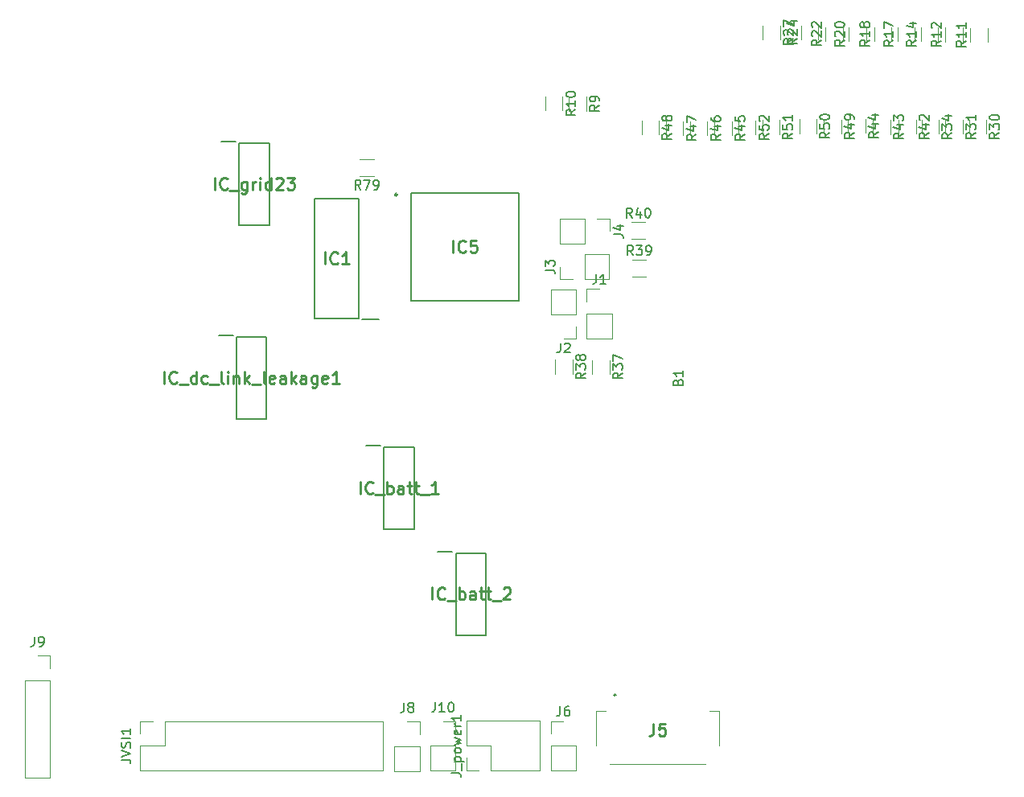
<source format=gbr>
%TF.GenerationSoftware,KiCad,Pcbnew,(6.0.7)*%
%TF.CreationDate,2023-05-13T08:51:53+05:30*%
%TF.ProjectId,DSP_board,4453505f-626f-4617-9264-2e6b69636164,rev?*%
%TF.SameCoordinates,Original*%
%TF.FileFunction,Legend,Top*%
%TF.FilePolarity,Positive*%
%FSLAX46Y46*%
G04 Gerber Fmt 4.6, Leading zero omitted, Abs format (unit mm)*
G04 Created by KiCad (PCBNEW (6.0.7)) date 2023-05-13 08:51:53*
%MOMM*%
%LPD*%
G01*
G04 APERTURE LIST*
%ADD10C,0.150000*%
%ADD11C,0.254000*%
%ADD12C,0.120000*%
%ADD13C,0.200000*%
%ADD14C,0.250000*%
%ADD15C,0.100000*%
G04 APERTURE END LIST*
D10*
%TO.C,R79*%
X122017142Y-83302380D02*
X121683809Y-82826190D01*
X121445714Y-83302380D02*
X121445714Y-82302380D01*
X121826666Y-82302380D01*
X121921904Y-82350000D01*
X121969523Y-82397619D01*
X122017142Y-82492857D01*
X122017142Y-82635714D01*
X121969523Y-82730952D01*
X121921904Y-82778571D01*
X121826666Y-82826190D01*
X121445714Y-82826190D01*
X122350476Y-82302380D02*
X123017142Y-82302380D01*
X122588571Y-83302380D01*
X123445714Y-83302380D02*
X123636190Y-83302380D01*
X123731428Y-83254761D01*
X123779047Y-83207142D01*
X123874285Y-83064285D01*
X123921904Y-82873809D01*
X123921904Y-82492857D01*
X123874285Y-82397619D01*
X123826666Y-82350000D01*
X123731428Y-82302380D01*
X123540952Y-82302380D01*
X123445714Y-82350000D01*
X123398095Y-82397619D01*
X123350476Y-82492857D01*
X123350476Y-82730952D01*
X123398095Y-82826190D01*
X123445714Y-82873809D01*
X123540952Y-82921428D01*
X123731428Y-82921428D01*
X123826666Y-82873809D01*
X123874285Y-82826190D01*
X123921904Y-82730952D01*
%TO.C,R20*%
X172922380Y-67582857D02*
X172446190Y-67916190D01*
X172922380Y-68154285D02*
X171922380Y-68154285D01*
X171922380Y-67773333D01*
X171970000Y-67678095D01*
X172017619Y-67630476D01*
X172112857Y-67582857D01*
X172255714Y-67582857D01*
X172350952Y-67630476D01*
X172398571Y-67678095D01*
X172446190Y-67773333D01*
X172446190Y-68154285D01*
X172017619Y-67201904D02*
X171970000Y-67154285D01*
X171922380Y-67059047D01*
X171922380Y-66820952D01*
X171970000Y-66725714D01*
X172017619Y-66678095D01*
X172112857Y-66630476D01*
X172208095Y-66630476D01*
X172350952Y-66678095D01*
X172922380Y-67249523D01*
X172922380Y-66630476D01*
X171922380Y-66011428D02*
X171922380Y-65916190D01*
X171970000Y-65820952D01*
X172017619Y-65773333D01*
X172112857Y-65725714D01*
X172303333Y-65678095D01*
X172541428Y-65678095D01*
X172731904Y-65725714D01*
X172827142Y-65773333D01*
X172874761Y-65820952D01*
X172922380Y-65916190D01*
X172922380Y-66011428D01*
X172874761Y-66106666D01*
X172827142Y-66154285D01*
X172731904Y-66201904D01*
X172541428Y-66249523D01*
X172303333Y-66249523D01*
X172112857Y-66201904D01*
X172017619Y-66154285D01*
X171970000Y-66106666D01*
X171922380Y-66011428D01*
%TO.C,JVSI1*%
X96802380Y-143356190D02*
X97516666Y-143356190D01*
X97659523Y-143403809D01*
X97754761Y-143499047D01*
X97802380Y-143641904D01*
X97802380Y-143737142D01*
X96802380Y-143022857D02*
X97802380Y-142689523D01*
X96802380Y-142356190D01*
X97754761Y-142070476D02*
X97802380Y-141927619D01*
X97802380Y-141689523D01*
X97754761Y-141594285D01*
X97707142Y-141546666D01*
X97611904Y-141499047D01*
X97516666Y-141499047D01*
X97421428Y-141546666D01*
X97373809Y-141594285D01*
X97326190Y-141689523D01*
X97278571Y-141880000D01*
X97230952Y-141975238D01*
X97183333Y-142022857D01*
X97088095Y-142070476D01*
X96992857Y-142070476D01*
X96897619Y-142022857D01*
X96850000Y-141975238D01*
X96802380Y-141880000D01*
X96802380Y-141641904D01*
X96850000Y-141499047D01*
X97802380Y-141070476D02*
X96802380Y-141070476D01*
X97802380Y-140070476D02*
X97802380Y-140641904D01*
X97802380Y-140356190D02*
X96802380Y-140356190D01*
X96945238Y-140451428D01*
X97040476Y-140546666D01*
X97088095Y-140641904D01*
%TO.C,J1*%
X146796666Y-92252380D02*
X146796666Y-92966666D01*
X146749047Y-93109523D01*
X146653809Y-93204761D01*
X146510952Y-93252380D01*
X146415714Y-93252380D01*
X147796666Y-93252380D02*
X147225238Y-93252380D01*
X147510952Y-93252380D02*
X147510952Y-92252380D01*
X147415714Y-92395238D01*
X147320476Y-92490476D01*
X147225238Y-92538095D01*
%TO.C,R12*%
X183082380Y-67642857D02*
X182606190Y-67976190D01*
X183082380Y-68214285D02*
X182082380Y-68214285D01*
X182082380Y-67833333D01*
X182130000Y-67738095D01*
X182177619Y-67690476D01*
X182272857Y-67642857D01*
X182415714Y-67642857D01*
X182510952Y-67690476D01*
X182558571Y-67738095D01*
X182606190Y-67833333D01*
X182606190Y-68214285D01*
X183082380Y-66690476D02*
X183082380Y-67261904D01*
X183082380Y-66976190D02*
X182082380Y-66976190D01*
X182225238Y-67071428D01*
X182320476Y-67166666D01*
X182368095Y-67261904D01*
X182177619Y-66309523D02*
X182130000Y-66261904D01*
X182082380Y-66166666D01*
X182082380Y-65928571D01*
X182130000Y-65833333D01*
X182177619Y-65785714D01*
X182272857Y-65738095D01*
X182368095Y-65738095D01*
X182510952Y-65785714D01*
X183082380Y-66357142D01*
X183082380Y-65738095D01*
%TO.C,J3*%
X141427380Y-91773333D02*
X142141666Y-91773333D01*
X142284523Y-91820952D01*
X142379761Y-91916190D01*
X142427380Y-92059047D01*
X142427380Y-92154285D01*
X141427380Y-91392380D02*
X141427380Y-90773333D01*
X141808333Y-91106666D01*
X141808333Y-90963809D01*
X141855952Y-90868571D01*
X141903571Y-90820952D01*
X141998809Y-90773333D01*
X142236904Y-90773333D01*
X142332142Y-90820952D01*
X142379761Y-90868571D01*
X142427380Y-90963809D01*
X142427380Y-91249523D01*
X142379761Y-91344761D01*
X142332142Y-91392380D01*
D11*
%TO.C,IC5*%
X131730238Y-89934023D02*
X131730238Y-88664023D01*
X133060714Y-89813071D02*
X133000238Y-89873547D01*
X132818809Y-89934023D01*
X132697857Y-89934023D01*
X132516428Y-89873547D01*
X132395476Y-89752595D01*
X132335000Y-89631642D01*
X132274523Y-89389738D01*
X132274523Y-89208309D01*
X132335000Y-88966404D01*
X132395476Y-88845452D01*
X132516428Y-88724500D01*
X132697857Y-88664023D01*
X132818809Y-88664023D01*
X133000238Y-88724500D01*
X133060714Y-88784976D01*
X134209761Y-88664023D02*
X133605000Y-88664023D01*
X133544523Y-89268785D01*
X133605000Y-89208309D01*
X133725952Y-89147833D01*
X134028333Y-89147833D01*
X134149285Y-89208309D01*
X134209761Y-89268785D01*
X134270238Y-89389738D01*
X134270238Y-89692119D01*
X134209761Y-89813071D01*
X134149285Y-89873547D01*
X134028333Y-89934023D01*
X133725952Y-89934023D01*
X133605000Y-89873547D01*
X133544523Y-89813071D01*
D10*
%TO.C,J9*%
X87671666Y-130402380D02*
X87671666Y-131116666D01*
X87624047Y-131259523D01*
X87528809Y-131354761D01*
X87385952Y-131402380D01*
X87290714Y-131402380D01*
X88195476Y-131402380D02*
X88385952Y-131402380D01*
X88481190Y-131354761D01*
X88528809Y-131307142D01*
X88624047Y-131164285D01*
X88671666Y-130973809D01*
X88671666Y-130592857D01*
X88624047Y-130497619D01*
X88576428Y-130450000D01*
X88481190Y-130402380D01*
X88290714Y-130402380D01*
X88195476Y-130450000D01*
X88147857Y-130497619D01*
X88100238Y-130592857D01*
X88100238Y-130830952D01*
X88147857Y-130926190D01*
X88195476Y-130973809D01*
X88290714Y-131021428D01*
X88481190Y-131021428D01*
X88576428Y-130973809D01*
X88624047Y-130926190D01*
X88671666Y-130830952D01*
%TO.C,R37*%
X149562380Y-102622857D02*
X149086190Y-102956190D01*
X149562380Y-103194285D02*
X148562380Y-103194285D01*
X148562380Y-102813333D01*
X148610000Y-102718095D01*
X148657619Y-102670476D01*
X148752857Y-102622857D01*
X148895714Y-102622857D01*
X148990952Y-102670476D01*
X149038571Y-102718095D01*
X149086190Y-102813333D01*
X149086190Y-103194285D01*
X148562380Y-102289523D02*
X148562380Y-101670476D01*
X148943333Y-102003809D01*
X148943333Y-101860952D01*
X148990952Y-101765714D01*
X149038571Y-101718095D01*
X149133809Y-101670476D01*
X149371904Y-101670476D01*
X149467142Y-101718095D01*
X149514761Y-101765714D01*
X149562380Y-101860952D01*
X149562380Y-102146666D01*
X149514761Y-102241904D01*
X149467142Y-102289523D01*
X148562380Y-101337142D02*
X148562380Y-100670476D01*
X149562380Y-101099047D01*
D11*
%TO.C,IC_dc_link_leakage1*%
X101317619Y-103734523D02*
X101317619Y-102464523D01*
X102648095Y-103613571D02*
X102587619Y-103674047D01*
X102406190Y-103734523D01*
X102285238Y-103734523D01*
X102103809Y-103674047D01*
X101982857Y-103553095D01*
X101922380Y-103432142D01*
X101861904Y-103190238D01*
X101861904Y-103008809D01*
X101922380Y-102766904D01*
X101982857Y-102645952D01*
X102103809Y-102525000D01*
X102285238Y-102464523D01*
X102406190Y-102464523D01*
X102587619Y-102525000D01*
X102648095Y-102585476D01*
X102890000Y-103855476D02*
X103857619Y-103855476D01*
X104704285Y-103734523D02*
X104704285Y-102464523D01*
X104704285Y-103674047D02*
X104583333Y-103734523D01*
X104341428Y-103734523D01*
X104220476Y-103674047D01*
X104160000Y-103613571D01*
X104099523Y-103492619D01*
X104099523Y-103129761D01*
X104160000Y-103008809D01*
X104220476Y-102948333D01*
X104341428Y-102887857D01*
X104583333Y-102887857D01*
X104704285Y-102948333D01*
X105853333Y-103674047D02*
X105732380Y-103734523D01*
X105490476Y-103734523D01*
X105369523Y-103674047D01*
X105309047Y-103613571D01*
X105248571Y-103492619D01*
X105248571Y-103129761D01*
X105309047Y-103008809D01*
X105369523Y-102948333D01*
X105490476Y-102887857D01*
X105732380Y-102887857D01*
X105853333Y-102948333D01*
X106095238Y-103855476D02*
X107062857Y-103855476D01*
X107546666Y-103734523D02*
X107425714Y-103674047D01*
X107365238Y-103553095D01*
X107365238Y-102464523D01*
X108030476Y-103734523D02*
X108030476Y-102887857D01*
X108030476Y-102464523D02*
X107970000Y-102525000D01*
X108030476Y-102585476D01*
X108090952Y-102525000D01*
X108030476Y-102464523D01*
X108030476Y-102585476D01*
X108635238Y-102887857D02*
X108635238Y-103734523D01*
X108635238Y-103008809D02*
X108695714Y-102948333D01*
X108816666Y-102887857D01*
X108998095Y-102887857D01*
X109119047Y-102948333D01*
X109179523Y-103069285D01*
X109179523Y-103734523D01*
X109784285Y-103734523D02*
X109784285Y-102464523D01*
X109905238Y-103250714D02*
X110268095Y-103734523D01*
X110268095Y-102887857D02*
X109784285Y-103371666D01*
X110510000Y-103855476D02*
X111477619Y-103855476D01*
X111961428Y-103734523D02*
X111840476Y-103674047D01*
X111780000Y-103553095D01*
X111780000Y-102464523D01*
X112929047Y-103674047D02*
X112808095Y-103734523D01*
X112566190Y-103734523D01*
X112445238Y-103674047D01*
X112384761Y-103553095D01*
X112384761Y-103069285D01*
X112445238Y-102948333D01*
X112566190Y-102887857D01*
X112808095Y-102887857D01*
X112929047Y-102948333D01*
X112989523Y-103069285D01*
X112989523Y-103190238D01*
X112384761Y-103311190D01*
X114078095Y-103734523D02*
X114078095Y-103069285D01*
X114017619Y-102948333D01*
X113896666Y-102887857D01*
X113654761Y-102887857D01*
X113533809Y-102948333D01*
X114078095Y-103674047D02*
X113957142Y-103734523D01*
X113654761Y-103734523D01*
X113533809Y-103674047D01*
X113473333Y-103553095D01*
X113473333Y-103432142D01*
X113533809Y-103311190D01*
X113654761Y-103250714D01*
X113957142Y-103250714D01*
X114078095Y-103190238D01*
X114682857Y-103734523D02*
X114682857Y-102464523D01*
X114803809Y-103250714D02*
X115166666Y-103734523D01*
X115166666Y-102887857D02*
X114682857Y-103371666D01*
X116255238Y-103734523D02*
X116255238Y-103069285D01*
X116194761Y-102948333D01*
X116073809Y-102887857D01*
X115831904Y-102887857D01*
X115710952Y-102948333D01*
X116255238Y-103674047D02*
X116134285Y-103734523D01*
X115831904Y-103734523D01*
X115710952Y-103674047D01*
X115650476Y-103553095D01*
X115650476Y-103432142D01*
X115710952Y-103311190D01*
X115831904Y-103250714D01*
X116134285Y-103250714D01*
X116255238Y-103190238D01*
X117404285Y-102887857D02*
X117404285Y-103915952D01*
X117343809Y-104036904D01*
X117283333Y-104097380D01*
X117162380Y-104157857D01*
X116980952Y-104157857D01*
X116860000Y-104097380D01*
X117404285Y-103674047D02*
X117283333Y-103734523D01*
X117041428Y-103734523D01*
X116920476Y-103674047D01*
X116860000Y-103613571D01*
X116799523Y-103492619D01*
X116799523Y-103129761D01*
X116860000Y-103008809D01*
X116920476Y-102948333D01*
X117041428Y-102887857D01*
X117283333Y-102887857D01*
X117404285Y-102948333D01*
X118492857Y-103674047D02*
X118371904Y-103734523D01*
X118130000Y-103734523D01*
X118009047Y-103674047D01*
X117948571Y-103553095D01*
X117948571Y-103069285D01*
X118009047Y-102948333D01*
X118130000Y-102887857D01*
X118371904Y-102887857D01*
X118492857Y-102948333D01*
X118553333Y-103069285D01*
X118553333Y-103190238D01*
X117948571Y-103311190D01*
X119762857Y-103734523D02*
X119037142Y-103734523D01*
X119400000Y-103734523D02*
X119400000Y-102464523D01*
X119279047Y-102645952D01*
X119158095Y-102766904D01*
X119037142Y-102827380D01*
D10*
%TO.C,J2*%
X143046666Y-99487380D02*
X143046666Y-100201666D01*
X142999047Y-100344523D01*
X142903809Y-100439761D01*
X142760952Y-100487380D01*
X142665714Y-100487380D01*
X143475238Y-99582619D02*
X143522857Y-99535000D01*
X143618095Y-99487380D01*
X143856190Y-99487380D01*
X143951428Y-99535000D01*
X143999047Y-99582619D01*
X144046666Y-99677857D01*
X144046666Y-99773095D01*
X143999047Y-99915952D01*
X143427619Y-100487380D01*
X144046666Y-100487380D01*
%TO.C,B1*%
X155411571Y-103573961D02*
X155459190Y-103431104D01*
X155506809Y-103383485D01*
X155602047Y-103335866D01*
X155744904Y-103335866D01*
X155840142Y-103383485D01*
X155887761Y-103431104D01*
X155935380Y-103526342D01*
X155935380Y-103907295D01*
X154935380Y-103907295D01*
X154935380Y-103573961D01*
X154983000Y-103478723D01*
X155030619Y-103431104D01*
X155125857Y-103383485D01*
X155221095Y-103383485D01*
X155316333Y-103431104D01*
X155363952Y-103478723D01*
X155411571Y-103573961D01*
X155411571Y-103907295D01*
X155935380Y-102383485D02*
X155935380Y-102954914D01*
X155935380Y-102669200D02*
X154935380Y-102669200D01*
X155078238Y-102764438D01*
X155173476Y-102859676D01*
X155221095Y-102954914D01*
D11*
%TO.C,IC_batt_2*%
X129537857Y-126474523D02*
X129537857Y-125204523D01*
X130868333Y-126353571D02*
X130807857Y-126414047D01*
X130626428Y-126474523D01*
X130505476Y-126474523D01*
X130324047Y-126414047D01*
X130203095Y-126293095D01*
X130142619Y-126172142D01*
X130082142Y-125930238D01*
X130082142Y-125748809D01*
X130142619Y-125506904D01*
X130203095Y-125385952D01*
X130324047Y-125265000D01*
X130505476Y-125204523D01*
X130626428Y-125204523D01*
X130807857Y-125265000D01*
X130868333Y-125325476D01*
X131110238Y-126595476D02*
X132077857Y-126595476D01*
X132380238Y-126474523D02*
X132380238Y-125204523D01*
X132380238Y-125688333D02*
X132501190Y-125627857D01*
X132743095Y-125627857D01*
X132864047Y-125688333D01*
X132924523Y-125748809D01*
X132985000Y-125869761D01*
X132985000Y-126232619D01*
X132924523Y-126353571D01*
X132864047Y-126414047D01*
X132743095Y-126474523D01*
X132501190Y-126474523D01*
X132380238Y-126414047D01*
X134073571Y-126474523D02*
X134073571Y-125809285D01*
X134013095Y-125688333D01*
X133892142Y-125627857D01*
X133650238Y-125627857D01*
X133529285Y-125688333D01*
X134073571Y-126414047D02*
X133952619Y-126474523D01*
X133650238Y-126474523D01*
X133529285Y-126414047D01*
X133468809Y-126293095D01*
X133468809Y-126172142D01*
X133529285Y-126051190D01*
X133650238Y-125990714D01*
X133952619Y-125990714D01*
X134073571Y-125930238D01*
X134496904Y-125627857D02*
X134980714Y-125627857D01*
X134678333Y-125204523D02*
X134678333Y-126293095D01*
X134738809Y-126414047D01*
X134859761Y-126474523D01*
X134980714Y-126474523D01*
X135222619Y-125627857D02*
X135706428Y-125627857D01*
X135404047Y-125204523D02*
X135404047Y-126293095D01*
X135464523Y-126414047D01*
X135585476Y-126474523D01*
X135706428Y-126474523D01*
X135827380Y-126595476D02*
X136795000Y-126595476D01*
X137036904Y-125325476D02*
X137097380Y-125265000D01*
X137218333Y-125204523D01*
X137520714Y-125204523D01*
X137641666Y-125265000D01*
X137702142Y-125325476D01*
X137762619Y-125446428D01*
X137762619Y-125567380D01*
X137702142Y-125748809D01*
X136976428Y-126474523D01*
X137762619Y-126474523D01*
D10*
%TO.C,J8*%
X126571666Y-137352380D02*
X126571666Y-138066666D01*
X126524047Y-138209523D01*
X126428809Y-138304761D01*
X126285952Y-138352380D01*
X126190714Y-138352380D01*
X127190714Y-137780952D02*
X127095476Y-137733333D01*
X127047857Y-137685714D01*
X127000238Y-137590476D01*
X127000238Y-137542857D01*
X127047857Y-137447619D01*
X127095476Y-137400000D01*
X127190714Y-137352380D01*
X127381190Y-137352380D01*
X127476428Y-137400000D01*
X127524047Y-137447619D01*
X127571666Y-137542857D01*
X127571666Y-137590476D01*
X127524047Y-137685714D01*
X127476428Y-137733333D01*
X127381190Y-137780952D01*
X127190714Y-137780952D01*
X127095476Y-137828571D01*
X127047857Y-137876190D01*
X127000238Y-137971428D01*
X127000238Y-138161904D01*
X127047857Y-138257142D01*
X127095476Y-138304761D01*
X127190714Y-138352380D01*
X127381190Y-138352380D01*
X127476428Y-138304761D01*
X127524047Y-138257142D01*
X127571666Y-138161904D01*
X127571666Y-137971428D01*
X127524047Y-137876190D01*
X127476428Y-137828571D01*
X127381190Y-137780952D01*
%TO.C,R46*%
X159872380Y-77492857D02*
X159396190Y-77826190D01*
X159872380Y-78064285D02*
X158872380Y-78064285D01*
X158872380Y-77683333D01*
X158920000Y-77588095D01*
X158967619Y-77540476D01*
X159062857Y-77492857D01*
X159205714Y-77492857D01*
X159300952Y-77540476D01*
X159348571Y-77588095D01*
X159396190Y-77683333D01*
X159396190Y-78064285D01*
X159205714Y-76635714D02*
X159872380Y-76635714D01*
X158824761Y-76873809D02*
X159539047Y-77111904D01*
X159539047Y-76492857D01*
X158872380Y-75683333D02*
X158872380Y-75873809D01*
X158920000Y-75969047D01*
X158967619Y-76016666D01*
X159110476Y-76111904D01*
X159300952Y-76159523D01*
X159681904Y-76159523D01*
X159777142Y-76111904D01*
X159824761Y-76064285D01*
X159872380Y-75969047D01*
X159872380Y-75778571D01*
X159824761Y-75683333D01*
X159777142Y-75635714D01*
X159681904Y-75588095D01*
X159443809Y-75588095D01*
X159348571Y-75635714D01*
X159300952Y-75683333D01*
X159253333Y-75778571D01*
X159253333Y-75969047D01*
X159300952Y-76064285D01*
X159348571Y-76111904D01*
X159443809Y-76159523D01*
%TO.C,R30*%
X189212380Y-77342857D02*
X188736190Y-77676190D01*
X189212380Y-77914285D02*
X188212380Y-77914285D01*
X188212380Y-77533333D01*
X188260000Y-77438095D01*
X188307619Y-77390476D01*
X188402857Y-77342857D01*
X188545714Y-77342857D01*
X188640952Y-77390476D01*
X188688571Y-77438095D01*
X188736190Y-77533333D01*
X188736190Y-77914285D01*
X188212380Y-77009523D02*
X188212380Y-76390476D01*
X188593333Y-76723809D01*
X188593333Y-76580952D01*
X188640952Y-76485714D01*
X188688571Y-76438095D01*
X188783809Y-76390476D01*
X189021904Y-76390476D01*
X189117142Y-76438095D01*
X189164761Y-76485714D01*
X189212380Y-76580952D01*
X189212380Y-76866666D01*
X189164761Y-76961904D01*
X189117142Y-77009523D01*
X188212380Y-75771428D02*
X188212380Y-75676190D01*
X188260000Y-75580952D01*
X188307619Y-75533333D01*
X188402857Y-75485714D01*
X188593333Y-75438095D01*
X188831428Y-75438095D01*
X189021904Y-75485714D01*
X189117142Y-75533333D01*
X189164761Y-75580952D01*
X189212380Y-75676190D01*
X189212380Y-75771428D01*
X189164761Y-75866666D01*
X189117142Y-75914285D01*
X189021904Y-75961904D01*
X188831428Y-76009523D01*
X188593333Y-76009523D01*
X188402857Y-75961904D01*
X188307619Y-75914285D01*
X188260000Y-75866666D01*
X188212380Y-75771428D01*
%TO.C,R48*%
X154752380Y-77422857D02*
X154276190Y-77756190D01*
X154752380Y-77994285D02*
X153752380Y-77994285D01*
X153752380Y-77613333D01*
X153800000Y-77518095D01*
X153847619Y-77470476D01*
X153942857Y-77422857D01*
X154085714Y-77422857D01*
X154180952Y-77470476D01*
X154228571Y-77518095D01*
X154276190Y-77613333D01*
X154276190Y-77994285D01*
X154085714Y-76565714D02*
X154752380Y-76565714D01*
X153704761Y-76803809D02*
X154419047Y-77041904D01*
X154419047Y-76422857D01*
X154180952Y-75899047D02*
X154133333Y-75994285D01*
X154085714Y-76041904D01*
X153990476Y-76089523D01*
X153942857Y-76089523D01*
X153847619Y-76041904D01*
X153800000Y-75994285D01*
X153752380Y-75899047D01*
X153752380Y-75708571D01*
X153800000Y-75613333D01*
X153847619Y-75565714D01*
X153942857Y-75518095D01*
X153990476Y-75518095D01*
X154085714Y-75565714D01*
X154133333Y-75613333D01*
X154180952Y-75708571D01*
X154180952Y-75899047D01*
X154228571Y-75994285D01*
X154276190Y-76041904D01*
X154371428Y-76089523D01*
X154561904Y-76089523D01*
X154657142Y-76041904D01*
X154704761Y-75994285D01*
X154752380Y-75899047D01*
X154752380Y-75708571D01*
X154704761Y-75613333D01*
X154657142Y-75565714D01*
X154561904Y-75518095D01*
X154371428Y-75518095D01*
X154276190Y-75565714D01*
X154228571Y-75613333D01*
X154180952Y-75708571D01*
%TO.C,R52*%
X164952380Y-77452857D02*
X164476190Y-77786190D01*
X164952380Y-78024285D02*
X163952380Y-78024285D01*
X163952380Y-77643333D01*
X164000000Y-77548095D01*
X164047619Y-77500476D01*
X164142857Y-77452857D01*
X164285714Y-77452857D01*
X164380952Y-77500476D01*
X164428571Y-77548095D01*
X164476190Y-77643333D01*
X164476190Y-78024285D01*
X163952380Y-76548095D02*
X163952380Y-77024285D01*
X164428571Y-77071904D01*
X164380952Y-77024285D01*
X164333333Y-76929047D01*
X164333333Y-76690952D01*
X164380952Y-76595714D01*
X164428571Y-76548095D01*
X164523809Y-76500476D01*
X164761904Y-76500476D01*
X164857142Y-76548095D01*
X164904761Y-76595714D01*
X164952380Y-76690952D01*
X164952380Y-76929047D01*
X164904761Y-77024285D01*
X164857142Y-77071904D01*
X164047619Y-76119523D02*
X164000000Y-76071904D01*
X163952380Y-75976666D01*
X163952380Y-75738571D01*
X164000000Y-75643333D01*
X164047619Y-75595714D01*
X164142857Y-75548095D01*
X164238095Y-75548095D01*
X164380952Y-75595714D01*
X164952380Y-76167142D01*
X164952380Y-75548095D01*
%TO.C,R45*%
X162432380Y-77482857D02*
X161956190Y-77816190D01*
X162432380Y-78054285D02*
X161432380Y-78054285D01*
X161432380Y-77673333D01*
X161480000Y-77578095D01*
X161527619Y-77530476D01*
X161622857Y-77482857D01*
X161765714Y-77482857D01*
X161860952Y-77530476D01*
X161908571Y-77578095D01*
X161956190Y-77673333D01*
X161956190Y-78054285D01*
X161765714Y-76625714D02*
X162432380Y-76625714D01*
X161384761Y-76863809D02*
X162099047Y-77101904D01*
X162099047Y-76482857D01*
X161432380Y-75625714D02*
X161432380Y-76101904D01*
X161908571Y-76149523D01*
X161860952Y-76101904D01*
X161813333Y-76006666D01*
X161813333Y-75768571D01*
X161860952Y-75673333D01*
X161908571Y-75625714D01*
X162003809Y-75578095D01*
X162241904Y-75578095D01*
X162337142Y-75625714D01*
X162384761Y-75673333D01*
X162432380Y-75768571D01*
X162432380Y-76006666D01*
X162384761Y-76101904D01*
X162337142Y-76149523D01*
%TO.C,R31*%
X186732380Y-77352857D02*
X186256190Y-77686190D01*
X186732380Y-77924285D02*
X185732380Y-77924285D01*
X185732380Y-77543333D01*
X185780000Y-77448095D01*
X185827619Y-77400476D01*
X185922857Y-77352857D01*
X186065714Y-77352857D01*
X186160952Y-77400476D01*
X186208571Y-77448095D01*
X186256190Y-77543333D01*
X186256190Y-77924285D01*
X185732380Y-77019523D02*
X185732380Y-76400476D01*
X186113333Y-76733809D01*
X186113333Y-76590952D01*
X186160952Y-76495714D01*
X186208571Y-76448095D01*
X186303809Y-76400476D01*
X186541904Y-76400476D01*
X186637142Y-76448095D01*
X186684761Y-76495714D01*
X186732380Y-76590952D01*
X186732380Y-76876666D01*
X186684761Y-76971904D01*
X186637142Y-77019523D01*
X186732380Y-75448095D02*
X186732380Y-76019523D01*
X186732380Y-75733809D02*
X185732380Y-75733809D01*
X185875238Y-75829047D01*
X185970476Y-75924285D01*
X186018095Y-76019523D01*
%TO.C,R42*%
X181812380Y-77352857D02*
X181336190Y-77686190D01*
X181812380Y-77924285D02*
X180812380Y-77924285D01*
X180812380Y-77543333D01*
X180860000Y-77448095D01*
X180907619Y-77400476D01*
X181002857Y-77352857D01*
X181145714Y-77352857D01*
X181240952Y-77400476D01*
X181288571Y-77448095D01*
X181336190Y-77543333D01*
X181336190Y-77924285D01*
X181145714Y-76495714D02*
X181812380Y-76495714D01*
X180764761Y-76733809D02*
X181479047Y-76971904D01*
X181479047Y-76352857D01*
X180907619Y-76019523D02*
X180860000Y-75971904D01*
X180812380Y-75876666D01*
X180812380Y-75638571D01*
X180860000Y-75543333D01*
X180907619Y-75495714D01*
X181002857Y-75448095D01*
X181098095Y-75448095D01*
X181240952Y-75495714D01*
X181812380Y-76067142D01*
X181812380Y-75448095D01*
%TO.C,R49*%
X173942380Y-77312857D02*
X173466190Y-77646190D01*
X173942380Y-77884285D02*
X172942380Y-77884285D01*
X172942380Y-77503333D01*
X172990000Y-77408095D01*
X173037619Y-77360476D01*
X173132857Y-77312857D01*
X173275714Y-77312857D01*
X173370952Y-77360476D01*
X173418571Y-77408095D01*
X173466190Y-77503333D01*
X173466190Y-77884285D01*
X173275714Y-76455714D02*
X173942380Y-76455714D01*
X172894761Y-76693809D02*
X173609047Y-76931904D01*
X173609047Y-76312857D01*
X173942380Y-75884285D02*
X173942380Y-75693809D01*
X173894761Y-75598571D01*
X173847142Y-75550952D01*
X173704285Y-75455714D01*
X173513809Y-75408095D01*
X173132857Y-75408095D01*
X173037619Y-75455714D01*
X172990000Y-75503333D01*
X172942380Y-75598571D01*
X172942380Y-75789047D01*
X172990000Y-75884285D01*
X173037619Y-75931904D01*
X173132857Y-75979523D01*
X173370952Y-75979523D01*
X173466190Y-75931904D01*
X173513809Y-75884285D01*
X173561428Y-75789047D01*
X173561428Y-75598571D01*
X173513809Y-75503333D01*
X173466190Y-75455714D01*
X173370952Y-75408095D01*
%TO.C,R17*%
X178062380Y-67602857D02*
X177586190Y-67936190D01*
X178062380Y-68174285D02*
X177062380Y-68174285D01*
X177062380Y-67793333D01*
X177110000Y-67698095D01*
X177157619Y-67650476D01*
X177252857Y-67602857D01*
X177395714Y-67602857D01*
X177490952Y-67650476D01*
X177538571Y-67698095D01*
X177586190Y-67793333D01*
X177586190Y-68174285D01*
X178062380Y-66650476D02*
X178062380Y-67221904D01*
X178062380Y-66936190D02*
X177062380Y-66936190D01*
X177205238Y-67031428D01*
X177300476Y-67126666D01*
X177348095Y-67221904D01*
X177062380Y-66317142D02*
X177062380Y-65650476D01*
X178062380Y-66079047D01*
%TO.C,J4*%
X148637380Y-88023333D02*
X149351666Y-88023333D01*
X149494523Y-88070952D01*
X149589761Y-88166190D01*
X149637380Y-88309047D01*
X149637380Y-88404285D01*
X148970714Y-87118571D02*
X149637380Y-87118571D01*
X148589761Y-87356666D02*
X149304047Y-87594761D01*
X149304047Y-86975714D01*
%TO.C,R34*%
X184222380Y-77372857D02*
X183746190Y-77706190D01*
X184222380Y-77944285D02*
X183222380Y-77944285D01*
X183222380Y-77563333D01*
X183270000Y-77468095D01*
X183317619Y-77420476D01*
X183412857Y-77372857D01*
X183555714Y-77372857D01*
X183650952Y-77420476D01*
X183698571Y-77468095D01*
X183746190Y-77563333D01*
X183746190Y-77944285D01*
X183222380Y-77039523D02*
X183222380Y-76420476D01*
X183603333Y-76753809D01*
X183603333Y-76610952D01*
X183650952Y-76515714D01*
X183698571Y-76468095D01*
X183793809Y-76420476D01*
X184031904Y-76420476D01*
X184127142Y-76468095D01*
X184174761Y-76515714D01*
X184222380Y-76610952D01*
X184222380Y-76896666D01*
X184174761Y-76991904D01*
X184127142Y-77039523D01*
X183555714Y-75563333D02*
X184222380Y-75563333D01*
X183174761Y-75801428D02*
X183889047Y-76039523D01*
X183889047Y-75420476D01*
%TO.C,R11*%
X185702380Y-67662857D02*
X185226190Y-67996190D01*
X185702380Y-68234285D02*
X184702380Y-68234285D01*
X184702380Y-67853333D01*
X184750000Y-67758095D01*
X184797619Y-67710476D01*
X184892857Y-67662857D01*
X185035714Y-67662857D01*
X185130952Y-67710476D01*
X185178571Y-67758095D01*
X185226190Y-67853333D01*
X185226190Y-68234285D01*
X185702380Y-66710476D02*
X185702380Y-67281904D01*
X185702380Y-66996190D02*
X184702380Y-66996190D01*
X184845238Y-67091428D01*
X184940476Y-67186666D01*
X184988095Y-67281904D01*
X185702380Y-65758095D02*
X185702380Y-66329523D01*
X185702380Y-66043809D02*
X184702380Y-66043809D01*
X184845238Y-66139047D01*
X184940476Y-66234285D01*
X184988095Y-66329523D01*
%TO.C,R27*%
X167512380Y-67462857D02*
X167036190Y-67796190D01*
X167512380Y-68034285D02*
X166512380Y-68034285D01*
X166512380Y-67653333D01*
X166560000Y-67558095D01*
X166607619Y-67510476D01*
X166702857Y-67462857D01*
X166845714Y-67462857D01*
X166940952Y-67510476D01*
X166988571Y-67558095D01*
X167036190Y-67653333D01*
X167036190Y-68034285D01*
X166607619Y-67081904D02*
X166560000Y-67034285D01*
X166512380Y-66939047D01*
X166512380Y-66700952D01*
X166560000Y-66605714D01*
X166607619Y-66558095D01*
X166702857Y-66510476D01*
X166798095Y-66510476D01*
X166940952Y-66558095D01*
X167512380Y-67129523D01*
X167512380Y-66510476D01*
X166512380Y-66177142D02*
X166512380Y-65510476D01*
X167512380Y-65939047D01*
%TO.C,R18*%
X175582380Y-67582857D02*
X175106190Y-67916190D01*
X175582380Y-68154285D02*
X174582380Y-68154285D01*
X174582380Y-67773333D01*
X174630000Y-67678095D01*
X174677619Y-67630476D01*
X174772857Y-67582857D01*
X174915714Y-67582857D01*
X175010952Y-67630476D01*
X175058571Y-67678095D01*
X175106190Y-67773333D01*
X175106190Y-68154285D01*
X175582380Y-66630476D02*
X175582380Y-67201904D01*
X175582380Y-66916190D02*
X174582380Y-66916190D01*
X174725238Y-67011428D01*
X174820476Y-67106666D01*
X174868095Y-67201904D01*
X175010952Y-66059047D02*
X174963333Y-66154285D01*
X174915714Y-66201904D01*
X174820476Y-66249523D01*
X174772857Y-66249523D01*
X174677619Y-66201904D01*
X174630000Y-66154285D01*
X174582380Y-66059047D01*
X174582380Y-65868571D01*
X174630000Y-65773333D01*
X174677619Y-65725714D01*
X174772857Y-65678095D01*
X174820476Y-65678095D01*
X174915714Y-65725714D01*
X174963333Y-65773333D01*
X175010952Y-65868571D01*
X175010952Y-66059047D01*
X175058571Y-66154285D01*
X175106190Y-66201904D01*
X175201428Y-66249523D01*
X175391904Y-66249523D01*
X175487142Y-66201904D01*
X175534761Y-66154285D01*
X175582380Y-66059047D01*
X175582380Y-65868571D01*
X175534761Y-65773333D01*
X175487142Y-65725714D01*
X175391904Y-65678095D01*
X175201428Y-65678095D01*
X175106190Y-65725714D01*
X175058571Y-65773333D01*
X175010952Y-65868571D01*
%TO.C,R22*%
X170482380Y-67572857D02*
X170006190Y-67906190D01*
X170482380Y-68144285D02*
X169482380Y-68144285D01*
X169482380Y-67763333D01*
X169530000Y-67668095D01*
X169577619Y-67620476D01*
X169672857Y-67572857D01*
X169815714Y-67572857D01*
X169910952Y-67620476D01*
X169958571Y-67668095D01*
X170006190Y-67763333D01*
X170006190Y-68144285D01*
X169577619Y-67191904D02*
X169530000Y-67144285D01*
X169482380Y-67049047D01*
X169482380Y-66810952D01*
X169530000Y-66715714D01*
X169577619Y-66668095D01*
X169672857Y-66620476D01*
X169768095Y-66620476D01*
X169910952Y-66668095D01*
X170482380Y-67239523D01*
X170482380Y-66620476D01*
X169577619Y-66239523D02*
X169530000Y-66191904D01*
X169482380Y-66096666D01*
X169482380Y-65858571D01*
X169530000Y-65763333D01*
X169577619Y-65715714D01*
X169672857Y-65668095D01*
X169768095Y-65668095D01*
X169910952Y-65715714D01*
X170482380Y-66287142D01*
X170482380Y-65668095D01*
%TO.C,J6*%
X143016666Y-137722380D02*
X143016666Y-138436666D01*
X142969047Y-138579523D01*
X142873809Y-138674761D01*
X142730952Y-138722380D01*
X142635714Y-138722380D01*
X143921428Y-137722380D02*
X143730952Y-137722380D01*
X143635714Y-137770000D01*
X143588095Y-137817619D01*
X143492857Y-137960476D01*
X143445238Y-138150952D01*
X143445238Y-138531904D01*
X143492857Y-138627142D01*
X143540476Y-138674761D01*
X143635714Y-138722380D01*
X143826190Y-138722380D01*
X143921428Y-138674761D01*
X143969047Y-138627142D01*
X144016666Y-138531904D01*
X144016666Y-138293809D01*
X143969047Y-138198571D01*
X143921428Y-138150952D01*
X143826190Y-138103333D01*
X143635714Y-138103333D01*
X143540476Y-138150952D01*
X143492857Y-138198571D01*
X143445238Y-138293809D01*
%TO.C,R10*%
X144622380Y-74912857D02*
X144146190Y-75246190D01*
X144622380Y-75484285D02*
X143622380Y-75484285D01*
X143622380Y-75103333D01*
X143670000Y-75008095D01*
X143717619Y-74960476D01*
X143812857Y-74912857D01*
X143955714Y-74912857D01*
X144050952Y-74960476D01*
X144098571Y-75008095D01*
X144146190Y-75103333D01*
X144146190Y-75484285D01*
X144622380Y-73960476D02*
X144622380Y-74531904D01*
X144622380Y-74246190D02*
X143622380Y-74246190D01*
X143765238Y-74341428D01*
X143860476Y-74436666D01*
X143908095Y-74531904D01*
X143622380Y-73341428D02*
X143622380Y-73246190D01*
X143670000Y-73150952D01*
X143717619Y-73103333D01*
X143812857Y-73055714D01*
X144003333Y-73008095D01*
X144241428Y-73008095D01*
X144431904Y-73055714D01*
X144527142Y-73103333D01*
X144574761Y-73150952D01*
X144622380Y-73246190D01*
X144622380Y-73341428D01*
X144574761Y-73436666D01*
X144527142Y-73484285D01*
X144431904Y-73531904D01*
X144241428Y-73579523D01*
X144003333Y-73579523D01*
X143812857Y-73531904D01*
X143717619Y-73484285D01*
X143670000Y-73436666D01*
X143622380Y-73341428D01*
D11*
%TO.C,IC1*%
X118250238Y-91174523D02*
X118250238Y-89904523D01*
X119580714Y-91053571D02*
X119520238Y-91114047D01*
X119338809Y-91174523D01*
X119217857Y-91174523D01*
X119036428Y-91114047D01*
X118915476Y-90993095D01*
X118855000Y-90872142D01*
X118794523Y-90630238D01*
X118794523Y-90448809D01*
X118855000Y-90206904D01*
X118915476Y-90085952D01*
X119036428Y-89965000D01*
X119217857Y-89904523D01*
X119338809Y-89904523D01*
X119520238Y-89965000D01*
X119580714Y-90025476D01*
X120790238Y-91174523D02*
X120064523Y-91174523D01*
X120427380Y-91174523D02*
X120427380Y-89904523D01*
X120306428Y-90085952D01*
X120185476Y-90206904D01*
X120064523Y-90267380D01*
D10*
%TO.C,J_power1*%
X131567380Y-144745952D02*
X132281666Y-144745952D01*
X132424523Y-144793571D01*
X132519761Y-144888809D01*
X132567380Y-145031666D01*
X132567380Y-145126904D01*
X132662619Y-144507857D02*
X132662619Y-143745952D01*
X131900714Y-143507857D02*
X132900714Y-143507857D01*
X131948333Y-143507857D02*
X131900714Y-143412619D01*
X131900714Y-143222142D01*
X131948333Y-143126904D01*
X131995952Y-143079285D01*
X132091190Y-143031666D01*
X132376904Y-143031666D01*
X132472142Y-143079285D01*
X132519761Y-143126904D01*
X132567380Y-143222142D01*
X132567380Y-143412619D01*
X132519761Y-143507857D01*
X132567380Y-142460238D02*
X132519761Y-142555476D01*
X132472142Y-142603095D01*
X132376904Y-142650714D01*
X132091190Y-142650714D01*
X131995952Y-142603095D01*
X131948333Y-142555476D01*
X131900714Y-142460238D01*
X131900714Y-142317380D01*
X131948333Y-142222142D01*
X131995952Y-142174523D01*
X132091190Y-142126904D01*
X132376904Y-142126904D01*
X132472142Y-142174523D01*
X132519761Y-142222142D01*
X132567380Y-142317380D01*
X132567380Y-142460238D01*
X131900714Y-141793571D02*
X132567380Y-141603095D01*
X132091190Y-141412619D01*
X132567380Y-141222142D01*
X131900714Y-141031666D01*
X132519761Y-140269761D02*
X132567380Y-140365000D01*
X132567380Y-140555476D01*
X132519761Y-140650714D01*
X132424523Y-140698333D01*
X132043571Y-140698333D01*
X131948333Y-140650714D01*
X131900714Y-140555476D01*
X131900714Y-140365000D01*
X131948333Y-140269761D01*
X132043571Y-140222142D01*
X132138809Y-140222142D01*
X132234047Y-140698333D01*
X132567380Y-139793571D02*
X131900714Y-139793571D01*
X132091190Y-139793571D02*
X131995952Y-139745952D01*
X131948333Y-139698333D01*
X131900714Y-139603095D01*
X131900714Y-139507857D01*
X132567380Y-138650714D02*
X132567380Y-139222142D01*
X132567380Y-138936428D02*
X131567380Y-138936428D01*
X131710238Y-139031666D01*
X131805476Y-139126904D01*
X131853095Y-139222142D01*
%TO.C,R40*%
X150597142Y-86272380D02*
X150263809Y-85796190D01*
X150025714Y-86272380D02*
X150025714Y-85272380D01*
X150406666Y-85272380D01*
X150501904Y-85320000D01*
X150549523Y-85367619D01*
X150597142Y-85462857D01*
X150597142Y-85605714D01*
X150549523Y-85700952D01*
X150501904Y-85748571D01*
X150406666Y-85796190D01*
X150025714Y-85796190D01*
X151454285Y-85605714D02*
X151454285Y-86272380D01*
X151216190Y-85224761D02*
X150978095Y-85939047D01*
X151597142Y-85939047D01*
X152168571Y-85272380D02*
X152263809Y-85272380D01*
X152359047Y-85320000D01*
X152406666Y-85367619D01*
X152454285Y-85462857D01*
X152501904Y-85653333D01*
X152501904Y-85891428D01*
X152454285Y-86081904D01*
X152406666Y-86177142D01*
X152359047Y-86224761D01*
X152263809Y-86272380D01*
X152168571Y-86272380D01*
X152073333Y-86224761D01*
X152025714Y-86177142D01*
X151978095Y-86081904D01*
X151930476Y-85891428D01*
X151930476Y-85653333D01*
X151978095Y-85462857D01*
X152025714Y-85367619D01*
X152073333Y-85320000D01*
X152168571Y-85272380D01*
%TO.C,R51*%
X167452380Y-77382857D02*
X166976190Y-77716190D01*
X167452380Y-77954285D02*
X166452380Y-77954285D01*
X166452380Y-77573333D01*
X166500000Y-77478095D01*
X166547619Y-77430476D01*
X166642857Y-77382857D01*
X166785714Y-77382857D01*
X166880952Y-77430476D01*
X166928571Y-77478095D01*
X166976190Y-77573333D01*
X166976190Y-77954285D01*
X166452380Y-76478095D02*
X166452380Y-76954285D01*
X166928571Y-77001904D01*
X166880952Y-76954285D01*
X166833333Y-76859047D01*
X166833333Y-76620952D01*
X166880952Y-76525714D01*
X166928571Y-76478095D01*
X167023809Y-76430476D01*
X167261904Y-76430476D01*
X167357142Y-76478095D01*
X167404761Y-76525714D01*
X167452380Y-76620952D01*
X167452380Y-76859047D01*
X167404761Y-76954285D01*
X167357142Y-77001904D01*
X167452380Y-75478095D02*
X167452380Y-76049523D01*
X167452380Y-75763809D02*
X166452380Y-75763809D01*
X166595238Y-75859047D01*
X166690476Y-75954285D01*
X166738095Y-76049523D01*
%TO.C,R50*%
X171352380Y-77302857D02*
X170876190Y-77636190D01*
X171352380Y-77874285D02*
X170352380Y-77874285D01*
X170352380Y-77493333D01*
X170400000Y-77398095D01*
X170447619Y-77350476D01*
X170542857Y-77302857D01*
X170685714Y-77302857D01*
X170780952Y-77350476D01*
X170828571Y-77398095D01*
X170876190Y-77493333D01*
X170876190Y-77874285D01*
X170352380Y-76398095D02*
X170352380Y-76874285D01*
X170828571Y-76921904D01*
X170780952Y-76874285D01*
X170733333Y-76779047D01*
X170733333Y-76540952D01*
X170780952Y-76445714D01*
X170828571Y-76398095D01*
X170923809Y-76350476D01*
X171161904Y-76350476D01*
X171257142Y-76398095D01*
X171304761Y-76445714D01*
X171352380Y-76540952D01*
X171352380Y-76779047D01*
X171304761Y-76874285D01*
X171257142Y-76921904D01*
X170352380Y-75731428D02*
X170352380Y-75636190D01*
X170400000Y-75540952D01*
X170447619Y-75493333D01*
X170542857Y-75445714D01*
X170733333Y-75398095D01*
X170971428Y-75398095D01*
X171161904Y-75445714D01*
X171257142Y-75493333D01*
X171304761Y-75540952D01*
X171352380Y-75636190D01*
X171352380Y-75731428D01*
X171304761Y-75826666D01*
X171257142Y-75874285D01*
X171161904Y-75921904D01*
X170971428Y-75969523D01*
X170733333Y-75969523D01*
X170542857Y-75921904D01*
X170447619Y-75874285D01*
X170400000Y-75826666D01*
X170352380Y-75731428D01*
%TO.C,R24*%
X167912380Y-67402857D02*
X167436190Y-67736190D01*
X167912380Y-67974285D02*
X166912380Y-67974285D01*
X166912380Y-67593333D01*
X166960000Y-67498095D01*
X167007619Y-67450476D01*
X167102857Y-67402857D01*
X167245714Y-67402857D01*
X167340952Y-67450476D01*
X167388571Y-67498095D01*
X167436190Y-67593333D01*
X167436190Y-67974285D01*
X167007619Y-67021904D02*
X166960000Y-66974285D01*
X166912380Y-66879047D01*
X166912380Y-66640952D01*
X166960000Y-66545714D01*
X167007619Y-66498095D01*
X167102857Y-66450476D01*
X167198095Y-66450476D01*
X167340952Y-66498095D01*
X167912380Y-67069523D01*
X167912380Y-66450476D01*
X167245714Y-65593333D02*
X167912380Y-65593333D01*
X166864761Y-65831428D02*
X167579047Y-66069523D01*
X167579047Y-65450476D01*
D11*
%TO.C,IC_grid23*%
X106645142Y-83334523D02*
X106645142Y-82064523D01*
X107975619Y-83213571D02*
X107915142Y-83274047D01*
X107733714Y-83334523D01*
X107612761Y-83334523D01*
X107431333Y-83274047D01*
X107310380Y-83153095D01*
X107249904Y-83032142D01*
X107189428Y-82790238D01*
X107189428Y-82608809D01*
X107249904Y-82366904D01*
X107310380Y-82245952D01*
X107431333Y-82125000D01*
X107612761Y-82064523D01*
X107733714Y-82064523D01*
X107915142Y-82125000D01*
X107975619Y-82185476D01*
X108217523Y-83455476D02*
X109185142Y-83455476D01*
X110031809Y-82487857D02*
X110031809Y-83515952D01*
X109971333Y-83636904D01*
X109910857Y-83697380D01*
X109789904Y-83757857D01*
X109608476Y-83757857D01*
X109487523Y-83697380D01*
X110031809Y-83274047D02*
X109910857Y-83334523D01*
X109668952Y-83334523D01*
X109548000Y-83274047D01*
X109487523Y-83213571D01*
X109427047Y-83092619D01*
X109427047Y-82729761D01*
X109487523Y-82608809D01*
X109548000Y-82548333D01*
X109668952Y-82487857D01*
X109910857Y-82487857D01*
X110031809Y-82548333D01*
X110636571Y-83334523D02*
X110636571Y-82487857D01*
X110636571Y-82729761D02*
X110697047Y-82608809D01*
X110757523Y-82548333D01*
X110878476Y-82487857D01*
X110999428Y-82487857D01*
X111422761Y-83334523D02*
X111422761Y-82487857D01*
X111422761Y-82064523D02*
X111362285Y-82125000D01*
X111422761Y-82185476D01*
X111483238Y-82125000D01*
X111422761Y-82064523D01*
X111422761Y-82185476D01*
X112571809Y-83334523D02*
X112571809Y-82064523D01*
X112571809Y-83274047D02*
X112450857Y-83334523D01*
X112208952Y-83334523D01*
X112088000Y-83274047D01*
X112027523Y-83213571D01*
X111967047Y-83092619D01*
X111967047Y-82729761D01*
X112027523Y-82608809D01*
X112088000Y-82548333D01*
X112208952Y-82487857D01*
X112450857Y-82487857D01*
X112571809Y-82548333D01*
X113116095Y-82185476D02*
X113176571Y-82125000D01*
X113297523Y-82064523D01*
X113599904Y-82064523D01*
X113720857Y-82125000D01*
X113781333Y-82185476D01*
X113841809Y-82306428D01*
X113841809Y-82427380D01*
X113781333Y-82608809D01*
X113055619Y-83334523D01*
X113841809Y-83334523D01*
X114265142Y-82064523D02*
X115051333Y-82064523D01*
X114628000Y-82548333D01*
X114809428Y-82548333D01*
X114930380Y-82608809D01*
X114990857Y-82669285D01*
X115051333Y-82790238D01*
X115051333Y-83092619D01*
X114990857Y-83213571D01*
X114930380Y-83274047D01*
X114809428Y-83334523D01*
X114446571Y-83334523D01*
X114325619Y-83274047D01*
X114265142Y-83213571D01*
D10*
%TO.C,R38*%
X145682380Y-102612857D02*
X145206190Y-102946190D01*
X145682380Y-103184285D02*
X144682380Y-103184285D01*
X144682380Y-102803333D01*
X144730000Y-102708095D01*
X144777619Y-102660476D01*
X144872857Y-102612857D01*
X145015714Y-102612857D01*
X145110952Y-102660476D01*
X145158571Y-102708095D01*
X145206190Y-102803333D01*
X145206190Y-103184285D01*
X144682380Y-102279523D02*
X144682380Y-101660476D01*
X145063333Y-101993809D01*
X145063333Y-101850952D01*
X145110952Y-101755714D01*
X145158571Y-101708095D01*
X145253809Y-101660476D01*
X145491904Y-101660476D01*
X145587142Y-101708095D01*
X145634761Y-101755714D01*
X145682380Y-101850952D01*
X145682380Y-102136666D01*
X145634761Y-102231904D01*
X145587142Y-102279523D01*
X145110952Y-101089047D02*
X145063333Y-101184285D01*
X145015714Y-101231904D01*
X144920476Y-101279523D01*
X144872857Y-101279523D01*
X144777619Y-101231904D01*
X144730000Y-101184285D01*
X144682380Y-101089047D01*
X144682380Y-100898571D01*
X144730000Y-100803333D01*
X144777619Y-100755714D01*
X144872857Y-100708095D01*
X144920476Y-100708095D01*
X145015714Y-100755714D01*
X145063333Y-100803333D01*
X145110952Y-100898571D01*
X145110952Y-101089047D01*
X145158571Y-101184285D01*
X145206190Y-101231904D01*
X145301428Y-101279523D01*
X145491904Y-101279523D01*
X145587142Y-101231904D01*
X145634761Y-101184285D01*
X145682380Y-101089047D01*
X145682380Y-100898571D01*
X145634761Y-100803333D01*
X145587142Y-100755714D01*
X145491904Y-100708095D01*
X145301428Y-100708095D01*
X145206190Y-100755714D01*
X145158571Y-100803333D01*
X145110952Y-100898571D01*
%TO.C,R44*%
X176492380Y-77282857D02*
X176016190Y-77616190D01*
X176492380Y-77854285D02*
X175492380Y-77854285D01*
X175492380Y-77473333D01*
X175540000Y-77378095D01*
X175587619Y-77330476D01*
X175682857Y-77282857D01*
X175825714Y-77282857D01*
X175920952Y-77330476D01*
X175968571Y-77378095D01*
X176016190Y-77473333D01*
X176016190Y-77854285D01*
X175825714Y-76425714D02*
X176492380Y-76425714D01*
X175444761Y-76663809D02*
X176159047Y-76901904D01*
X176159047Y-76282857D01*
X175825714Y-75473333D02*
X176492380Y-75473333D01*
X175444761Y-75711428D02*
X176159047Y-75949523D01*
X176159047Y-75330476D01*
D11*
%TO.C,IC_batt_1*%
X121967857Y-115354523D02*
X121967857Y-114084523D01*
X123298333Y-115233571D02*
X123237857Y-115294047D01*
X123056428Y-115354523D01*
X122935476Y-115354523D01*
X122754047Y-115294047D01*
X122633095Y-115173095D01*
X122572619Y-115052142D01*
X122512142Y-114810238D01*
X122512142Y-114628809D01*
X122572619Y-114386904D01*
X122633095Y-114265952D01*
X122754047Y-114145000D01*
X122935476Y-114084523D01*
X123056428Y-114084523D01*
X123237857Y-114145000D01*
X123298333Y-114205476D01*
X123540238Y-115475476D02*
X124507857Y-115475476D01*
X124810238Y-115354523D02*
X124810238Y-114084523D01*
X124810238Y-114568333D02*
X124931190Y-114507857D01*
X125173095Y-114507857D01*
X125294047Y-114568333D01*
X125354523Y-114628809D01*
X125415000Y-114749761D01*
X125415000Y-115112619D01*
X125354523Y-115233571D01*
X125294047Y-115294047D01*
X125173095Y-115354523D01*
X124931190Y-115354523D01*
X124810238Y-115294047D01*
X126503571Y-115354523D02*
X126503571Y-114689285D01*
X126443095Y-114568333D01*
X126322142Y-114507857D01*
X126080238Y-114507857D01*
X125959285Y-114568333D01*
X126503571Y-115294047D02*
X126382619Y-115354523D01*
X126080238Y-115354523D01*
X125959285Y-115294047D01*
X125898809Y-115173095D01*
X125898809Y-115052142D01*
X125959285Y-114931190D01*
X126080238Y-114870714D01*
X126382619Y-114870714D01*
X126503571Y-114810238D01*
X126926904Y-114507857D02*
X127410714Y-114507857D01*
X127108333Y-114084523D02*
X127108333Y-115173095D01*
X127168809Y-115294047D01*
X127289761Y-115354523D01*
X127410714Y-115354523D01*
X127652619Y-114507857D02*
X128136428Y-114507857D01*
X127834047Y-114084523D02*
X127834047Y-115173095D01*
X127894523Y-115294047D01*
X128015476Y-115354523D01*
X128136428Y-115354523D01*
X128257380Y-115475476D02*
X129225000Y-115475476D01*
X130192619Y-115354523D02*
X129466904Y-115354523D01*
X129829761Y-115354523D02*
X129829761Y-114084523D01*
X129708809Y-114265952D01*
X129587857Y-114386904D01*
X129466904Y-114447380D01*
D10*
%TO.C,R39*%
X150687142Y-90222380D02*
X150353809Y-89746190D01*
X150115714Y-90222380D02*
X150115714Y-89222380D01*
X150496666Y-89222380D01*
X150591904Y-89270000D01*
X150639523Y-89317619D01*
X150687142Y-89412857D01*
X150687142Y-89555714D01*
X150639523Y-89650952D01*
X150591904Y-89698571D01*
X150496666Y-89746190D01*
X150115714Y-89746190D01*
X151020476Y-89222380D02*
X151639523Y-89222380D01*
X151306190Y-89603333D01*
X151449047Y-89603333D01*
X151544285Y-89650952D01*
X151591904Y-89698571D01*
X151639523Y-89793809D01*
X151639523Y-90031904D01*
X151591904Y-90127142D01*
X151544285Y-90174761D01*
X151449047Y-90222380D01*
X151163333Y-90222380D01*
X151068095Y-90174761D01*
X151020476Y-90127142D01*
X152115714Y-90222380D02*
X152306190Y-90222380D01*
X152401428Y-90174761D01*
X152449047Y-90127142D01*
X152544285Y-89984285D01*
X152591904Y-89793809D01*
X152591904Y-89412857D01*
X152544285Y-89317619D01*
X152496666Y-89270000D01*
X152401428Y-89222380D01*
X152210952Y-89222380D01*
X152115714Y-89270000D01*
X152068095Y-89317619D01*
X152020476Y-89412857D01*
X152020476Y-89650952D01*
X152068095Y-89746190D01*
X152115714Y-89793809D01*
X152210952Y-89841428D01*
X152401428Y-89841428D01*
X152496666Y-89793809D01*
X152544285Y-89746190D01*
X152591904Y-89650952D01*
D11*
%TO.C,J5*%
X152836666Y-139534523D02*
X152836666Y-140441666D01*
X152776190Y-140623095D01*
X152655238Y-140744047D01*
X152473809Y-140804523D01*
X152352857Y-140804523D01*
X154046190Y-139534523D02*
X153441428Y-139534523D01*
X153380952Y-140139285D01*
X153441428Y-140078809D01*
X153562380Y-140018333D01*
X153864761Y-140018333D01*
X153985714Y-140078809D01*
X154046190Y-140139285D01*
X154106666Y-140260238D01*
X154106666Y-140562619D01*
X154046190Y-140683571D01*
X153985714Y-140744047D01*
X153864761Y-140804523D01*
X153562380Y-140804523D01*
X153441428Y-140744047D01*
X153380952Y-140683571D01*
D10*
%TO.C,J10*%
X129855476Y-137302380D02*
X129855476Y-138016666D01*
X129807857Y-138159523D01*
X129712619Y-138254761D01*
X129569761Y-138302380D01*
X129474523Y-138302380D01*
X130855476Y-138302380D02*
X130284047Y-138302380D01*
X130569761Y-138302380D02*
X130569761Y-137302380D01*
X130474523Y-137445238D01*
X130379285Y-137540476D01*
X130284047Y-137588095D01*
X131474523Y-137302380D02*
X131569761Y-137302380D01*
X131665000Y-137350000D01*
X131712619Y-137397619D01*
X131760238Y-137492857D01*
X131807857Y-137683333D01*
X131807857Y-137921428D01*
X131760238Y-138111904D01*
X131712619Y-138207142D01*
X131665000Y-138254761D01*
X131569761Y-138302380D01*
X131474523Y-138302380D01*
X131379285Y-138254761D01*
X131331666Y-138207142D01*
X131284047Y-138111904D01*
X131236428Y-137921428D01*
X131236428Y-137683333D01*
X131284047Y-137492857D01*
X131331666Y-137397619D01*
X131379285Y-137350000D01*
X131474523Y-137302380D01*
%TO.C,R43*%
X179112380Y-77382857D02*
X178636190Y-77716190D01*
X179112380Y-77954285D02*
X178112380Y-77954285D01*
X178112380Y-77573333D01*
X178160000Y-77478095D01*
X178207619Y-77430476D01*
X178302857Y-77382857D01*
X178445714Y-77382857D01*
X178540952Y-77430476D01*
X178588571Y-77478095D01*
X178636190Y-77573333D01*
X178636190Y-77954285D01*
X178445714Y-76525714D02*
X179112380Y-76525714D01*
X178064761Y-76763809D02*
X178779047Y-77001904D01*
X178779047Y-76382857D01*
X178112380Y-76097142D02*
X178112380Y-75478095D01*
X178493333Y-75811428D01*
X178493333Y-75668571D01*
X178540952Y-75573333D01*
X178588571Y-75525714D01*
X178683809Y-75478095D01*
X178921904Y-75478095D01*
X179017142Y-75525714D01*
X179064761Y-75573333D01*
X179112380Y-75668571D01*
X179112380Y-75954285D01*
X179064761Y-76049523D01*
X179017142Y-76097142D01*
%TO.C,R47*%
X157322380Y-77502857D02*
X156846190Y-77836190D01*
X157322380Y-78074285D02*
X156322380Y-78074285D01*
X156322380Y-77693333D01*
X156370000Y-77598095D01*
X156417619Y-77550476D01*
X156512857Y-77502857D01*
X156655714Y-77502857D01*
X156750952Y-77550476D01*
X156798571Y-77598095D01*
X156846190Y-77693333D01*
X156846190Y-78074285D01*
X156655714Y-76645714D02*
X157322380Y-76645714D01*
X156274761Y-76883809D02*
X156989047Y-77121904D01*
X156989047Y-76502857D01*
X156322380Y-76217142D02*
X156322380Y-75550476D01*
X157322380Y-75979047D01*
%TO.C,R9*%
X147112380Y-74446666D02*
X146636190Y-74780000D01*
X147112380Y-75018095D02*
X146112380Y-75018095D01*
X146112380Y-74637142D01*
X146160000Y-74541904D01*
X146207619Y-74494285D01*
X146302857Y-74446666D01*
X146445714Y-74446666D01*
X146540952Y-74494285D01*
X146588571Y-74541904D01*
X146636190Y-74637142D01*
X146636190Y-75018095D01*
X147112380Y-73970476D02*
X147112380Y-73780000D01*
X147064761Y-73684761D01*
X147017142Y-73637142D01*
X146874285Y-73541904D01*
X146683809Y-73494285D01*
X146302857Y-73494285D01*
X146207619Y-73541904D01*
X146160000Y-73589523D01*
X146112380Y-73684761D01*
X146112380Y-73875238D01*
X146160000Y-73970476D01*
X146207619Y-74018095D01*
X146302857Y-74065714D01*
X146540952Y-74065714D01*
X146636190Y-74018095D01*
X146683809Y-73970476D01*
X146731428Y-73875238D01*
X146731428Y-73684761D01*
X146683809Y-73589523D01*
X146636190Y-73541904D01*
X146540952Y-73494285D01*
%TO.C,R14*%
X180492380Y-67602857D02*
X180016190Y-67936190D01*
X180492380Y-68174285D02*
X179492380Y-68174285D01*
X179492380Y-67793333D01*
X179540000Y-67698095D01*
X179587619Y-67650476D01*
X179682857Y-67602857D01*
X179825714Y-67602857D01*
X179920952Y-67650476D01*
X179968571Y-67698095D01*
X180016190Y-67793333D01*
X180016190Y-68174285D01*
X180492380Y-66650476D02*
X180492380Y-67221904D01*
X180492380Y-66936190D02*
X179492380Y-66936190D01*
X179635238Y-67031428D01*
X179730476Y-67126666D01*
X179778095Y-67221904D01*
X179825714Y-65793333D02*
X180492380Y-65793333D01*
X179444761Y-66031428D02*
X180159047Y-66269523D01*
X180159047Y-65650476D01*
D12*
%TO.C,R79*%
X123387064Y-81940000D02*
X121932936Y-81940000D01*
X123387064Y-80120000D02*
X121932936Y-80120000D01*
%TO.C,R20*%
X173380000Y-67667064D02*
X173380000Y-66212936D01*
X175200000Y-67667064D02*
X175200000Y-66212936D01*
%TO.C,JVSI1*%
X98790000Y-144480000D02*
X124310000Y-144480000D01*
X101390000Y-139280000D02*
X124310000Y-139280000D01*
X98790000Y-140610000D02*
X98790000Y-139280000D01*
X101390000Y-141880000D02*
X101390000Y-139280000D01*
X98790000Y-139280000D02*
X100120000Y-139280000D01*
X124310000Y-144480000D02*
X124310000Y-139280000D01*
X98790000Y-144480000D02*
X98790000Y-141880000D01*
X98790000Y-141880000D02*
X101390000Y-141880000D01*
%TO.C,J1*%
X145800000Y-93800000D02*
X147130000Y-93800000D01*
X145800000Y-96400000D02*
X148460000Y-96400000D01*
X145800000Y-95130000D02*
X145800000Y-93800000D01*
X148460000Y-96400000D02*
X148460000Y-99000000D01*
X145800000Y-96400000D02*
X145800000Y-99000000D01*
X145800000Y-99000000D02*
X148460000Y-99000000D01*
%TO.C,R12*%
X183540000Y-67727064D02*
X183540000Y-66272936D01*
X185360000Y-67727064D02*
X185360000Y-66272936D01*
%TO.C,J3*%
X145575000Y-90110000D02*
X148175000Y-90110000D01*
X144305000Y-92770000D02*
X142975000Y-92770000D01*
X148175000Y-92770000D02*
X148175000Y-90110000D01*
X145575000Y-92770000D02*
X145575000Y-90110000D01*
X142975000Y-92770000D02*
X142975000Y-91440000D01*
X145575000Y-92770000D02*
X148175000Y-92770000D01*
D13*
%TO.C,IC5*%
X127320000Y-95009500D02*
X127320000Y-83709500D01*
X138620000Y-95009500D02*
X127320000Y-95009500D01*
X138620000Y-83709500D02*
X138620000Y-95009500D01*
X127320000Y-83709500D02*
X138620000Y-83709500D01*
D14*
X125870000Y-83859500D02*
G75*
G03*
X125870000Y-83859500I-125000J0D01*
G01*
D12*
%TO.C,J9*%
X89335000Y-132390000D02*
X89335000Y-133720000D01*
X89335000Y-134990000D02*
X89335000Y-145210000D01*
X86675000Y-134990000D02*
X86675000Y-145210000D01*
X86675000Y-145210000D02*
X89335000Y-145210000D01*
X88005000Y-132390000D02*
X89335000Y-132390000D01*
X86675000Y-134990000D02*
X89335000Y-134990000D01*
%TO.C,R37*%
X148200000Y-101252936D02*
X148200000Y-102707064D01*
X146380000Y-101252936D02*
X146380000Y-102707064D01*
D13*
%TO.C,IC_dc_link_leakage1*%
X112110000Y-98835000D02*
X112110000Y-107485000D01*
X112110000Y-107485000D02*
X108910000Y-107485000D01*
X107035000Y-98675000D02*
X108560000Y-98675000D01*
X108910000Y-98835000D02*
X112110000Y-98835000D01*
X108910000Y-107485000D02*
X108910000Y-98835000D01*
D12*
%TO.C,J2*%
X144710000Y-97705000D02*
X144710000Y-99035000D01*
X142050000Y-96435000D02*
X142050000Y-93835000D01*
X144710000Y-99035000D02*
X143380000Y-99035000D01*
X144710000Y-96435000D02*
X144710000Y-93835000D01*
X144710000Y-93835000D02*
X142050000Y-93835000D01*
X144710000Y-96435000D02*
X142050000Y-96435000D01*
D13*
%TO.C,IC_batt_2*%
X135220000Y-121575000D02*
X135220000Y-130225000D01*
X135220000Y-130225000D02*
X132020000Y-130225000D01*
X130145000Y-121415000D02*
X131670000Y-121415000D01*
X132020000Y-130225000D02*
X132020000Y-121575000D01*
X132020000Y-121575000D02*
X135220000Y-121575000D01*
D12*
%TO.C,J8*%
X128235000Y-141940000D02*
X128235000Y-144540000D01*
X128235000Y-139340000D02*
X128235000Y-140670000D01*
X125575000Y-141940000D02*
X125575000Y-144540000D01*
X126905000Y-139340000D02*
X128235000Y-139340000D01*
X125575000Y-141940000D02*
X128235000Y-141940000D01*
X125575000Y-144540000D02*
X128235000Y-144540000D01*
%TO.C,R46*%
X156690000Y-76122936D02*
X156690000Y-77577064D01*
X158510000Y-76122936D02*
X158510000Y-77577064D01*
%TO.C,R30*%
X187850000Y-75972936D02*
X187850000Y-77427064D01*
X186030000Y-75972936D02*
X186030000Y-77427064D01*
%TO.C,R48*%
X151570000Y-76052936D02*
X151570000Y-77507064D01*
X153390000Y-76052936D02*
X153390000Y-77507064D01*
%TO.C,R52*%
X161770000Y-76082936D02*
X161770000Y-77537064D01*
X163590000Y-76082936D02*
X163590000Y-77537064D01*
%TO.C,R45*%
X159250000Y-76112936D02*
X159250000Y-77567064D01*
X161070000Y-76112936D02*
X161070000Y-77567064D01*
%TO.C,R31*%
X185370000Y-75982936D02*
X185370000Y-77437064D01*
X183550000Y-75982936D02*
X183550000Y-77437064D01*
%TO.C,R42*%
X178630000Y-75982936D02*
X178630000Y-77437064D01*
X180450000Y-75982936D02*
X180450000Y-77437064D01*
%TO.C,R49*%
X172580000Y-75942936D02*
X172580000Y-77397064D01*
X170760000Y-75942936D02*
X170760000Y-77397064D01*
%TO.C,R17*%
X178520000Y-67687064D02*
X178520000Y-66232936D01*
X180340000Y-67687064D02*
X180340000Y-66232936D01*
%TO.C,J4*%
X145585000Y-89020000D02*
X142985000Y-89020000D01*
X142985000Y-86360000D02*
X142985000Y-89020000D01*
X148185000Y-86360000D02*
X148185000Y-87690000D01*
X145585000Y-86360000D02*
X145585000Y-89020000D01*
X145585000Y-86360000D02*
X142985000Y-86360000D01*
X146855000Y-86360000D02*
X148185000Y-86360000D01*
%TO.C,R34*%
X181040000Y-76002936D02*
X181040000Y-77457064D01*
X182860000Y-76002936D02*
X182860000Y-77457064D01*
%TO.C,R11*%
X187980000Y-67747064D02*
X187980000Y-66292936D01*
X186160000Y-67747064D02*
X186160000Y-66292936D01*
%TO.C,R27*%
X164330000Y-66092936D02*
X164330000Y-67547064D01*
X166150000Y-66092936D02*
X166150000Y-67547064D01*
%TO.C,R18*%
X176040000Y-67667064D02*
X176040000Y-66212936D01*
X177860000Y-67667064D02*
X177860000Y-66212936D01*
%TO.C,R22*%
X170940000Y-67657064D02*
X170940000Y-66202936D01*
X172760000Y-67657064D02*
X172760000Y-66202936D01*
%TO.C,J6*%
X142020000Y-140600000D02*
X142020000Y-139270000D01*
X144680000Y-141870000D02*
X144680000Y-144470000D01*
X142020000Y-141870000D02*
X142020000Y-144470000D01*
X142020000Y-144470000D02*
X144680000Y-144470000D01*
X142020000Y-141870000D02*
X144680000Y-141870000D01*
X142020000Y-139270000D02*
X143350000Y-139270000D01*
%TO.C,R10*%
X143260000Y-73542936D02*
X143260000Y-74997064D01*
X141440000Y-73542936D02*
X141440000Y-74997064D01*
D13*
%TO.C,IC1*%
X123965000Y-97015000D02*
X122140000Y-97015000D01*
X117190000Y-96900000D02*
X117190000Y-84300000D01*
X121790000Y-96900000D02*
X117190000Y-96900000D01*
X121790000Y-84300000D02*
X121790000Y-96900000D01*
X117190000Y-84300000D02*
X121790000Y-84300000D01*
D12*
%TO.C,J_power1*%
X133115000Y-144465000D02*
X133115000Y-143135000D01*
X135715000Y-141865000D02*
X133115000Y-141865000D01*
X133115000Y-141865000D02*
X133115000Y-139265000D01*
X135715000Y-144465000D02*
X140855000Y-144465000D01*
X140855000Y-144465000D02*
X140855000Y-139265000D01*
X134445000Y-144465000D02*
X133115000Y-144465000D01*
X133115000Y-139265000D02*
X140855000Y-139265000D01*
X135715000Y-144465000D02*
X135715000Y-141865000D01*
%TO.C,R40*%
X150512936Y-86730000D02*
X151967064Y-86730000D01*
X150512936Y-88550000D02*
X151967064Y-88550000D01*
%TO.C,R51*%
X166090000Y-76012936D02*
X166090000Y-77467064D01*
X164270000Y-76012936D02*
X164270000Y-77467064D01*
%TO.C,R50*%
X168170000Y-75932936D02*
X168170000Y-77387064D01*
X169990000Y-75932936D02*
X169990000Y-77387064D01*
%TO.C,R24*%
X170190000Y-67487064D02*
X170190000Y-66032936D01*
X168370000Y-67487064D02*
X168370000Y-66032936D01*
D13*
%TO.C,IC_grid23*%
X112418000Y-78435000D02*
X112418000Y-87085000D01*
X109218000Y-87085000D02*
X109218000Y-78435000D01*
X109218000Y-78435000D02*
X112418000Y-78435000D01*
X107343000Y-78275000D02*
X108868000Y-78275000D01*
X112418000Y-87085000D02*
X109218000Y-87085000D01*
D12*
%TO.C,R38*%
X142500000Y-101242936D02*
X142500000Y-102697064D01*
X144320000Y-101242936D02*
X144320000Y-102697064D01*
%TO.C,R44*%
X173310000Y-75912936D02*
X173310000Y-77367064D01*
X175130000Y-75912936D02*
X175130000Y-77367064D01*
D13*
%TO.C,IC_batt_1*%
X127650000Y-119105000D02*
X124450000Y-119105000D01*
X122575000Y-110295000D02*
X124100000Y-110295000D01*
X127650000Y-110455000D02*
X127650000Y-119105000D01*
X124450000Y-119105000D02*
X124450000Y-110455000D01*
X124450000Y-110455000D02*
X127650000Y-110455000D01*
D12*
%TO.C,R39*%
X150602936Y-90680000D02*
X152057064Y-90680000D01*
X150602936Y-92500000D02*
X152057064Y-92500000D01*
D15*
%TO.C,J5*%
X148260000Y-143805000D02*
X158260000Y-143805000D01*
D13*
X148660000Y-136555000D02*
X148660000Y-136555000D01*
D15*
X146760000Y-138205000D02*
X147760000Y-138205000D01*
X158760000Y-138205000D02*
X159760000Y-138205000D01*
X159760000Y-138205000D02*
X159760000Y-141855000D01*
D13*
X148860000Y-136555000D02*
X148860000Y-136555000D01*
D15*
X146760000Y-141855000D02*
X146760000Y-138205000D01*
D13*
X148860000Y-136555000D02*
G75*
G03*
X148660000Y-136555000I-100000J0D01*
G01*
X148660000Y-136555000D02*
G75*
G03*
X148860000Y-136555000I100000J0D01*
G01*
D12*
%TO.C,J10*%
X130665000Y-139290000D02*
X131995000Y-139290000D01*
X131995000Y-139290000D02*
X131995000Y-140620000D01*
X129335000Y-144490000D02*
X131995000Y-144490000D01*
X129335000Y-141890000D02*
X131995000Y-141890000D01*
X129335000Y-141890000D02*
X129335000Y-144490000D01*
X131995000Y-141890000D02*
X131995000Y-144490000D01*
%TO.C,R43*%
X175930000Y-76012936D02*
X175930000Y-77467064D01*
X177750000Y-76012936D02*
X177750000Y-77467064D01*
%TO.C,R47*%
X154140000Y-76132936D02*
X154140000Y-77587064D01*
X155960000Y-76132936D02*
X155960000Y-77587064D01*
%TO.C,R9*%
X145750000Y-73552936D02*
X145750000Y-75007064D01*
X143930000Y-73552936D02*
X143930000Y-75007064D01*
%TO.C,R14*%
X180950000Y-67687064D02*
X180950000Y-66232936D01*
X182770000Y-67687064D02*
X182770000Y-66232936D01*
%TD*%
M02*

</source>
